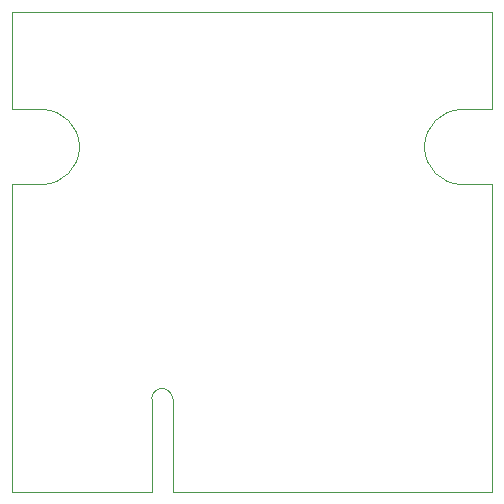
<source format=gbr>
G04 #@! TF.FileFunction,Profile,NP*
%FSLAX46Y46*%
G04 Gerber Fmt 4.6, Leading zero omitted, Abs format (unit mm)*
G04 Created by KiCad (PCBNEW 4.0.0-rc1-stable) date 20-08-2016 17:56:14*
%MOMM*%
G01*
G04 APERTURE LIST*
%ADD10C,0.100000*%
%ADD11C,0.001000*%
G04 APERTURE END LIST*
D10*
D11*
X127000000Y-71755000D02*
X127000000Y-97790000D01*
X127000000Y-65405000D02*
X127000000Y-57150000D01*
X127000000Y-71755000D02*
X129540000Y-71755000D01*
X127000000Y-65405000D02*
X129540000Y-65405000D01*
X132715000Y-68580000D02*
G75*
G03X129540000Y-65405000I-3175000J0D01*
G01*
X129540000Y-71755000D02*
G75*
G03X132715000Y-68580000I0J3175000D01*
G01*
X167640000Y-65405000D02*
X167640000Y-57150000D01*
X165100000Y-65405000D02*
X167640000Y-65405000D01*
X165100000Y-65405000D02*
G75*
G03X161925000Y-68580000I0J-3175000D01*
G01*
X161925000Y-68580000D02*
G75*
G03X165100000Y-71755000I3175000J0D01*
G01*
X167640000Y-71755000D02*
X165100000Y-71755000D01*
X167640000Y-97790000D02*
X167640000Y-71755000D01*
X140589000Y-97790000D02*
X167640000Y-97790000D01*
X140589000Y-89916000D02*
X140589000Y-97790000D01*
X140589000Y-89916000D02*
G75*
G03X139700000Y-89027000I-889000J0D01*
G01*
X139700000Y-89027000D02*
G75*
G03X138811000Y-89916000I0J-889000D01*
G01*
X138811000Y-97790000D02*
X138811000Y-89916000D01*
X127000000Y-97790000D02*
X138811000Y-97790000D01*
X167640000Y-57150000D02*
X127000000Y-57150000D01*
M02*

</source>
